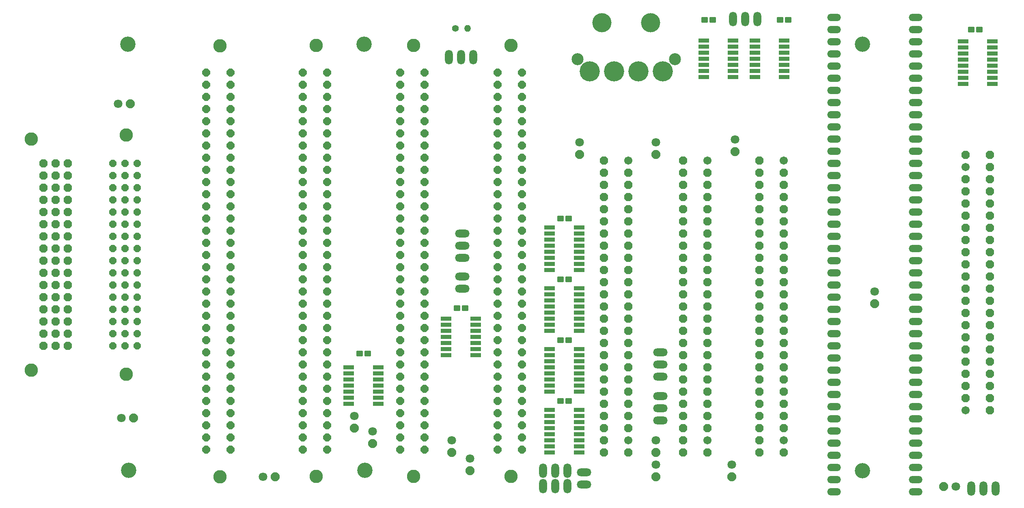
<source format=gts>
%TF.GenerationSoftware,KiCad,Pcbnew,8.0.3*%
%TF.CreationDate,2024-06-16T17:33:32+02:00*%
%TF.ProjectId,csa_ultrabus_v2,6373615f-756c-4747-9261-6275735f7632,rev?*%
%TF.SameCoordinates,Original*%
%TF.FileFunction,Soldermask,Top*%
%TF.FilePolarity,Negative*%
%FSLAX46Y46*%
G04 Gerber Fmt 4.6, Leading zero omitted, Abs format (unit mm)*
G04 Created by KiCad (PCBNEW 8.0.3) date 2024-06-16 17:33:32*
%MOMM*%
%LPD*%
G01*
G04 APERTURE LIST*
G04 Aperture macros list*
%AMRoundRect*
0 Rectangle with rounded corners*
0 $1 Rounding radius*
0 $2 $3 $4 $5 $6 $7 $8 $9 X,Y pos of 4 corners*
0 Add a 4 corners polygon primitive as box body*
4,1,4,$2,$3,$4,$5,$6,$7,$8,$9,$2,$3,0*
0 Add four circle primitives for the rounded corners*
1,1,$1+$1,$2,$3*
1,1,$1+$1,$4,$5*
1,1,$1+$1,$6,$7*
1,1,$1+$1,$8,$9*
0 Add four rect primitives between the rounded corners*
20,1,$1+$1,$2,$3,$4,$5,0*
20,1,$1+$1,$4,$5,$6,$7,0*
20,1,$1+$1,$6,$7,$8,$9,0*
20,1,$1+$1,$8,$9,$2,$3,0*%
%AMFreePoly0*
4,1,25,0.391131,0.882296,0.403254,0.871942,0.871942,0.403254,0.900449,0.347306,0.901700,0.331412,0.901700,-0.331412,0.882296,-0.391131,0.871942,-0.403254,0.403254,-0.871942,0.347306,-0.900449,0.331412,-0.901700,-0.331412,-0.901700,-0.391131,-0.882296,-0.403254,-0.871942,-0.871942,-0.403254,-0.900449,-0.347306,-0.901700,-0.331412,-0.901700,0.331412,-0.882296,0.391131,-0.871942,0.403254,
-0.403254,0.871942,-0.347306,0.900449,-0.331412,0.901700,0.331412,0.901700,0.391131,0.882296,0.391131,0.882296,$1*%
%AMFreePoly1*
4,1,25,0.354308,0.793396,0.366431,0.783042,0.783042,0.366431,0.811549,0.310483,0.812800,0.294589,0.812800,-0.294589,0.793396,-0.354308,0.783042,-0.366431,0.366431,-0.783042,0.310483,-0.811549,0.294589,-0.812800,-0.294589,-0.812800,-0.354308,-0.793396,-0.366431,-0.783042,-0.783042,-0.366431,-0.811549,-0.310483,-0.812800,-0.294589,-0.812800,0.294589,-0.793396,0.354308,-0.783042,0.366431,
-0.366431,0.783042,-0.310483,0.811549,-0.294589,0.812800,0.294589,0.812800,0.354308,0.793396,0.354308,0.793396,$1*%
%AMFreePoly2*
4,1,25,0.372036,0.836196,0.384159,0.825842,0.825842,0.384159,0.854349,0.328211,0.855600,0.312317,0.855600,-0.312317,0.836196,-0.372036,0.825842,-0.384159,0.384159,-0.825842,0.328211,-0.854349,0.312317,-0.855600,-0.312317,-0.855600,-0.372036,-0.836196,-0.384159,-0.825842,-0.825842,-0.384159,-0.854349,-0.328211,-0.855600,-0.312317,-0.855600,0.312317,-0.836196,0.372036,-0.825842,0.384159,
-0.384159,0.825842,-0.328211,0.854349,-0.312317,0.855600,0.312317,0.855600,0.372036,0.836196,0.372036,0.836196,$1*%
%AMFreePoly3*
4,1,25,0.333266,0.742596,0.345389,0.732242,0.732242,0.345389,0.760749,0.289441,0.762000,0.273547,0.762000,-0.273547,0.742596,-0.333266,0.732242,-0.345389,0.345389,-0.732242,0.289441,-0.760749,0.273547,-0.762000,-0.273547,-0.762000,-0.333266,-0.742596,-0.345389,-0.732242,-0.732242,-0.345389,-0.760749,-0.289441,-0.762000,-0.273547,-0.762000,0.273547,-0.742596,0.333266,-0.732242,0.345389,
-0.345389,0.732242,-0.289441,0.760749,-0.273547,0.762000,0.273547,0.762000,0.333266,0.742596,0.333266,0.742596,$1*%
%AMFreePoly4*
4,1,25,0.375350,0.844196,0.387473,0.833842,0.833842,0.387473,0.862349,0.331525,0.863600,0.315631,0.863600,-0.315631,0.844196,-0.375350,0.833842,-0.387473,0.387473,-0.833842,0.331525,-0.862349,0.315631,-0.863600,-0.315631,-0.863600,-0.375350,-0.844196,-0.387473,-0.833842,-0.833842,-0.387473,-0.862349,-0.331525,-0.863600,-0.315631,-0.863600,0.315631,-0.844196,0.375350,-0.833842,0.387473,
-0.387473,0.833842,-0.331525,0.862349,-0.315631,0.863600,0.315631,0.863600,0.375350,0.844196,0.375350,0.844196,$1*%
G04 Aperture macros list end*
%ADD10RoundRect,0.101600X-1.016000X0.330200X-1.016000X-0.330200X1.016000X-0.330200X1.016000X0.330200X0*%
%ADD11C,1.803400*%
%ADD12FreePoly0,270.000000*%
%ADD13O,3.048000X1.625600*%
%ADD14C,2.794000*%
%ADD15FreePoly1,180.000000*%
%ADD16RoundRect,0.101600X0.550000X0.500000X-0.550000X0.500000X-0.550000X-0.500000X0.550000X-0.500000X0*%
%ADD17O,1.625600X3.048000*%
%ADD18C,3.200000*%
%ADD19FreePoly0,0.000000*%
%ADD20FreePoly0,180.000000*%
%ADD21FreePoly2,270.000000*%
%ADD22C,1.711200*%
%ADD23O,2.844800X1.524000*%
%ADD24FreePoly3,180.000000*%
%ADD25FreePoly4,180.000000*%
%ADD26FreePoly2,90.000000*%
%ADD27RoundRect,0.101600X-0.550000X-0.500000X0.550000X-0.500000X0.550000X0.500000X-0.550000X0.500000X0*%
%ADD28C,1.400000*%
%ADD29O,1.400000X1.400000*%
%ADD30C,2.500000*%
%ADD31C,4.000000*%
%ADD32C,4.203200*%
G04 APERTURE END LIST*
D10*
X147689450Y-123372612D03*
X147689450Y-124642612D03*
X147689450Y-125912612D03*
X147689450Y-127182612D03*
X147689450Y-128452612D03*
X147689450Y-129722612D03*
X147689450Y-130992612D03*
X147689450Y-132262612D03*
X153836250Y-132262612D03*
X153836250Y-130992612D03*
X153836250Y-129722612D03*
X153836250Y-128452612D03*
X153836250Y-127182612D03*
X153836250Y-125912612D03*
X153836250Y-124642612D03*
X153836250Y-123372612D03*
D11*
X127267850Y-142422612D03*
D12*
X127267850Y-144962612D03*
D11*
X185687850Y-147502612D03*
D12*
X185687850Y-150042612D03*
D13*
X154890350Y-149090112D03*
X154890350Y-151630112D03*
D14*
X139637650Y-149966412D03*
X139637650Y-59948812D03*
D15*
X141872850Y-144327612D03*
X141872850Y-141787612D03*
X141872850Y-139247612D03*
X141872850Y-136707612D03*
X141872850Y-134167612D03*
X141872850Y-131627612D03*
X141872850Y-129087612D03*
X141872850Y-126547612D03*
X141872850Y-124007612D03*
X141872850Y-121467612D03*
X141872850Y-118927612D03*
X141872850Y-116387612D03*
X141872850Y-113847612D03*
X141872850Y-111307612D03*
X141872850Y-108767612D03*
X141872850Y-106227612D03*
X141872850Y-103687612D03*
X141872850Y-101147612D03*
X141872850Y-98607612D03*
X141872850Y-96067612D03*
X141872850Y-93527612D03*
X141872850Y-90987612D03*
X141872850Y-88447612D03*
X141872850Y-85907612D03*
X141872850Y-83367612D03*
X141872850Y-80827612D03*
X141872850Y-78287612D03*
X141872850Y-75747612D03*
X141872850Y-73207612D03*
X141872850Y-70667612D03*
X141872850Y-68127612D03*
X141872850Y-65587612D03*
X136792850Y-144327612D03*
X136792850Y-141787612D03*
X136792850Y-139247612D03*
X136792850Y-136707612D03*
X136792850Y-134167612D03*
X136792850Y-131627612D03*
X136792850Y-129087612D03*
X136792850Y-126547612D03*
X136792850Y-124007612D03*
X136792850Y-121467612D03*
X136792850Y-118927612D03*
X136792850Y-116387612D03*
X136792850Y-113847612D03*
X136792850Y-111307612D03*
X136792850Y-108767612D03*
X136792850Y-106227612D03*
X136792850Y-103687612D03*
X136792850Y-101147612D03*
X136792850Y-98607612D03*
X136792850Y-96067612D03*
X136792850Y-93527612D03*
X136792850Y-90987612D03*
X136792850Y-88447612D03*
X136792850Y-85907612D03*
X136792850Y-83367612D03*
X136792850Y-80827612D03*
X136792850Y-78287612D03*
X136792850Y-75747612D03*
X136792850Y-73207612D03*
X136792850Y-70667612D03*
X136792850Y-68127612D03*
X136792850Y-65587612D03*
D10*
X233892725Y-59102625D03*
X233892725Y-60372625D03*
X233892725Y-61642625D03*
X233892725Y-62912625D03*
X233892725Y-64182625D03*
X233892725Y-65452625D03*
X233892725Y-66722625D03*
X233892725Y-67992625D03*
X240039525Y-67992625D03*
X240039525Y-66722625D03*
X240039525Y-65452625D03*
X240039525Y-64182625D03*
X240039525Y-62912625D03*
X240039525Y-61642625D03*
X240039525Y-60372625D03*
X240039525Y-59102625D03*
D16*
X181698000Y-54610000D03*
X179998000Y-54610000D03*
D17*
X146317850Y-151947612D03*
X148857850Y-151947612D03*
X151397850Y-151947612D03*
D18*
X109093000Y-148717000D03*
D11*
X58293000Y-137795000D03*
D19*
X60833000Y-137795000D03*
D11*
X232410000Y-152044400D03*
D20*
X229870000Y-152044400D03*
D10*
X147689450Y-110672612D03*
X147689450Y-111942612D03*
X147689450Y-113212612D03*
X147689450Y-114482612D03*
X147689450Y-115752612D03*
X147689450Y-117022612D03*
X147689450Y-118292612D03*
X147689450Y-119562612D03*
X153836250Y-119562612D03*
X153836250Y-118292612D03*
X153836250Y-117022612D03*
X153836250Y-115752612D03*
X153836250Y-114482612D03*
X153836250Y-113212612D03*
X153836250Y-111942612D03*
X153836250Y-110672612D03*
D11*
X87897850Y-150042612D03*
D19*
X90437850Y-150042612D03*
D11*
X57658000Y-72136000D03*
D19*
X60198000Y-72136000D03*
D21*
X175527850Y-84002612D03*
X175527850Y-86542612D03*
X175527850Y-89082612D03*
X175527850Y-91622612D03*
X175527850Y-94162612D03*
X175527850Y-96702612D03*
X175527850Y-99242612D03*
X175527850Y-101782612D03*
X175527850Y-104322612D03*
X175527850Y-106862612D03*
X175527850Y-109402612D03*
X175527850Y-111942612D03*
X175527850Y-114482612D03*
X175527850Y-117022612D03*
X175527850Y-119562612D03*
X175527850Y-122102612D03*
X175527850Y-124642612D03*
X175527850Y-127182612D03*
X175527850Y-129722612D03*
X175527850Y-132262612D03*
X175527850Y-134802612D03*
X175527850Y-137342612D03*
X175527850Y-139882612D03*
X175527850Y-142422612D03*
X175527850Y-144962612D03*
D22*
X180607850Y-84002612D03*
D21*
X180607850Y-86542612D03*
X180607850Y-89082612D03*
X180607850Y-91622612D03*
X180607850Y-94162612D03*
X180607850Y-96702612D03*
X180607850Y-99242612D03*
X180607850Y-101782612D03*
X180607850Y-104322612D03*
X180607850Y-106862612D03*
X180607850Y-109402612D03*
X180607850Y-111942612D03*
X180607850Y-114482612D03*
X180607850Y-117022612D03*
X180607850Y-119562612D03*
X180607850Y-122102612D03*
X180607850Y-124642612D03*
X180607850Y-127182612D03*
X180607850Y-129722612D03*
X180607850Y-132262612D03*
X180607850Y-134802612D03*
X180607850Y-137342612D03*
X180607850Y-139882612D03*
D22*
X180607850Y-142422612D03*
D21*
X180607850Y-144962612D03*
D23*
X207010000Y-153138237D03*
X207010000Y-150598237D03*
X207010000Y-148058237D03*
X207010000Y-145518237D03*
X207010000Y-142978237D03*
X207010000Y-140438237D03*
X207010000Y-137898237D03*
X207010000Y-135358237D03*
X207010000Y-132818237D03*
X207010000Y-130278237D03*
X207010000Y-127738237D03*
X207010000Y-125198237D03*
X207010000Y-122658237D03*
X207010000Y-120118237D03*
X207010000Y-117578237D03*
X207010000Y-115038237D03*
X207010000Y-112498237D03*
X207010000Y-109958237D03*
X207010000Y-107418237D03*
X207010000Y-104878237D03*
X207010000Y-102338237D03*
X207010000Y-99798237D03*
X207010000Y-97258237D03*
X207010000Y-94718237D03*
X207010000Y-92178237D03*
X207010000Y-89638237D03*
X207010000Y-87098237D03*
X207010000Y-84558237D03*
X207010000Y-82018237D03*
X207010000Y-79478237D03*
X207010000Y-76938237D03*
X207010000Y-74398237D03*
X207010000Y-71858237D03*
X207010000Y-69318237D03*
X207010000Y-66778237D03*
X207010000Y-64238237D03*
X207010000Y-61698237D03*
X207010000Y-59158237D03*
X207010000Y-56618237D03*
X207010000Y-54078237D03*
D16*
X151612850Y-121467612D03*
X149912850Y-121467612D03*
D21*
X159017850Y-84002612D03*
X159017850Y-86542612D03*
X159017850Y-89082612D03*
X159017850Y-91622612D03*
X159017850Y-94162612D03*
X159017850Y-96702612D03*
X159017850Y-99242612D03*
X159017850Y-101782612D03*
X159017850Y-104322612D03*
X159017850Y-106862612D03*
X159017850Y-109402612D03*
X159017850Y-111942612D03*
X159017850Y-114482612D03*
X159017850Y-117022612D03*
X159017850Y-119562612D03*
X159017850Y-122102612D03*
X159017850Y-124642612D03*
X159017850Y-127182612D03*
X159017850Y-129722612D03*
X159017850Y-132262612D03*
X159017850Y-134802612D03*
X159017850Y-137342612D03*
X159017850Y-139882612D03*
X159017850Y-142422612D03*
X159017850Y-144962612D03*
D22*
X164097850Y-84002612D03*
D21*
X164097850Y-86542612D03*
X164097850Y-89082612D03*
X164097850Y-91622612D03*
X164097850Y-94162612D03*
X164097850Y-96702612D03*
X164097850Y-99242612D03*
X164097850Y-101782612D03*
X164097850Y-104322612D03*
X164097850Y-106862612D03*
X164097850Y-109402612D03*
X164097850Y-111942612D03*
X164097850Y-114482612D03*
X164097850Y-117022612D03*
X164097850Y-119562612D03*
X164097850Y-122102612D03*
X164097850Y-124642612D03*
X164097850Y-127182612D03*
X164097850Y-129722612D03*
X164097850Y-132262612D03*
X164097850Y-134802612D03*
X164097850Y-137342612D03*
X164097850Y-139882612D03*
D22*
X164097850Y-142422612D03*
D21*
X164097850Y-144962612D03*
D16*
X151612850Y-108767612D03*
X149912850Y-108767612D03*
D18*
X59844431Y-148651722D03*
X59682659Y-59653449D03*
D14*
X59359800Y-128632000D03*
X59359800Y-78632000D03*
D24*
X61595000Y-122682000D03*
X61595000Y-120142000D03*
X61595000Y-117602000D03*
X61595000Y-115062000D03*
X61595000Y-112522000D03*
X61595000Y-109982000D03*
X61595000Y-107442000D03*
X61595000Y-104902000D03*
X61595000Y-102362000D03*
X61595000Y-99822000D03*
X61595000Y-97282000D03*
X61595000Y-94742000D03*
X61595000Y-92202000D03*
X61595000Y-89662000D03*
X61595000Y-87122000D03*
X61595000Y-84582000D03*
X59055000Y-122682000D03*
X59055000Y-120142000D03*
X59055000Y-117602000D03*
X59055000Y-115062000D03*
X59055000Y-112522000D03*
X59055000Y-109982000D03*
X59055000Y-107442000D03*
X59055000Y-104902000D03*
X59055000Y-102362000D03*
X59055000Y-99822000D03*
X59055000Y-97282000D03*
X59055000Y-94742000D03*
X59055000Y-92202000D03*
X59055000Y-89662000D03*
X59055000Y-87122000D03*
X59055000Y-84582000D03*
X56515000Y-122682000D03*
X56515000Y-120142000D03*
X56515000Y-117602000D03*
X56515000Y-115062000D03*
X56515000Y-112522000D03*
X56515000Y-109982000D03*
X56515000Y-107442000D03*
X56515000Y-104902000D03*
X56515000Y-102362000D03*
X56515000Y-99822000D03*
X56515000Y-97282000D03*
X56515000Y-94742000D03*
X56515000Y-92202000D03*
X56515000Y-89662000D03*
X56515000Y-87122000D03*
X56515000Y-84582000D03*
D18*
X108966000Y-59690000D03*
D13*
X170765350Y-129087612D03*
X170765350Y-126547612D03*
X170765350Y-124007612D03*
X129490350Y-104322612D03*
X129490350Y-101782612D03*
X129490350Y-99242612D03*
D21*
X191402850Y-84002612D03*
X191402850Y-86542612D03*
X191402850Y-89082612D03*
X191402850Y-91622612D03*
X191402850Y-94162612D03*
X191402850Y-96702612D03*
X191402850Y-99242612D03*
X191402850Y-101782612D03*
X191402850Y-104322612D03*
X191402850Y-106862612D03*
X191402850Y-109402612D03*
X191402850Y-111942612D03*
X191402850Y-114482612D03*
X191402850Y-117022612D03*
X191402850Y-119562612D03*
X191402850Y-122102612D03*
X191402850Y-124642612D03*
X191402850Y-127182612D03*
X191402850Y-129722612D03*
X191402850Y-132262612D03*
X191402850Y-134802612D03*
X191402850Y-137342612D03*
X191402850Y-139882612D03*
X191402850Y-142422612D03*
X191402850Y-144962612D03*
D22*
X196482850Y-84002612D03*
D21*
X196482850Y-86542612D03*
X196482850Y-89082612D03*
X196482850Y-91622612D03*
X196482850Y-94162612D03*
X196482850Y-96702612D03*
X196482850Y-99242612D03*
X196482850Y-101782612D03*
X196482850Y-104322612D03*
X196482850Y-106862612D03*
X196482850Y-109402612D03*
X196482850Y-111942612D03*
X196482850Y-114482612D03*
X196482850Y-117022612D03*
X196482850Y-119562612D03*
X196482850Y-122102612D03*
X196482850Y-124642612D03*
X196482850Y-127182612D03*
X196482850Y-129722612D03*
X196482850Y-132262612D03*
X196482850Y-134802612D03*
X196482850Y-137342612D03*
X196482850Y-139882612D03*
D22*
X196482850Y-142422612D03*
D21*
X196482850Y-144962612D03*
D11*
X131077850Y-146232612D03*
D12*
X131077850Y-148772612D03*
D10*
X126099450Y-117022612D03*
X126099450Y-118292612D03*
X126099450Y-119562612D03*
X126099450Y-120832612D03*
X126099450Y-122102612D03*
X126099450Y-123372612D03*
X126099450Y-124642612D03*
X132246250Y-124642612D03*
X132246250Y-123372612D03*
X132246250Y-122102612D03*
X132246250Y-120832612D03*
X132246250Y-119562612D03*
X132246250Y-118292612D03*
X132246250Y-117022612D03*
X147689450Y-97972612D03*
X147689450Y-99242612D03*
X147689450Y-100512612D03*
X147689450Y-101782612D03*
X147689450Y-103052612D03*
X147689450Y-104322612D03*
X147689450Y-105592612D03*
X147689450Y-106862612D03*
X153836250Y-106862612D03*
X153836250Y-105592612D03*
X153836250Y-104322612D03*
X153836250Y-103052612D03*
X153836250Y-101782612D03*
X153836250Y-100512612D03*
X153836250Y-99242612D03*
X153836250Y-97972612D03*
D14*
X119317650Y-149966412D03*
X119317650Y-59948812D03*
D15*
X121552850Y-144327612D03*
X121552850Y-141787612D03*
X121552850Y-139247612D03*
X121552850Y-136707612D03*
X121552850Y-134167612D03*
X121552850Y-131627612D03*
X121552850Y-129087612D03*
X121552850Y-126547612D03*
X121552850Y-124007612D03*
X121552850Y-121467612D03*
X121552850Y-118927612D03*
X121552850Y-116387612D03*
X121552850Y-113847612D03*
X121552850Y-111307612D03*
X121552850Y-108767612D03*
X121552850Y-106227612D03*
X121552850Y-103687612D03*
X121552850Y-101147612D03*
X121552850Y-98607612D03*
X121552850Y-96067612D03*
X121552850Y-93527612D03*
X121552850Y-90987612D03*
X121552850Y-88447612D03*
X121552850Y-85907612D03*
X121552850Y-83367612D03*
X121552850Y-80827612D03*
X121552850Y-78287612D03*
X121552850Y-75747612D03*
X121552850Y-73207612D03*
X121552850Y-70667612D03*
X121552850Y-68127612D03*
X121552850Y-65587612D03*
X116472850Y-144327612D03*
X116472850Y-141787612D03*
X116472850Y-139247612D03*
X116472850Y-136707612D03*
X116472850Y-134167612D03*
X116472850Y-131627612D03*
X116472850Y-129087612D03*
X116472850Y-126547612D03*
X116472850Y-124007612D03*
X116472850Y-121467612D03*
X116472850Y-118927612D03*
X116472850Y-116387612D03*
X116472850Y-113847612D03*
X116472850Y-111307612D03*
X116472850Y-108767612D03*
X116472850Y-106227612D03*
X116472850Y-103687612D03*
X116472850Y-101147612D03*
X116472850Y-98607612D03*
X116472850Y-96067612D03*
X116472850Y-93527612D03*
X116472850Y-90987612D03*
X116472850Y-88447612D03*
X116472850Y-85907612D03*
X116472850Y-83367612D03*
X116472850Y-80827612D03*
X116472850Y-78287612D03*
X116472850Y-75747612D03*
X116472850Y-73207612D03*
X116472850Y-70667612D03*
X116472850Y-68127612D03*
X116472850Y-65587612D03*
D11*
X215503125Y-111307612D03*
D12*
X215503125Y-113847612D03*
D11*
X169812850Y-142422612D03*
D12*
X169812850Y-144962612D03*
D14*
X39497000Y-127762000D03*
X39497000Y-79502000D03*
D25*
X42037000Y-122682000D03*
X42037000Y-120142000D03*
X42037000Y-117602000D03*
X42037000Y-115062000D03*
X42037000Y-112522000D03*
X42037000Y-109982000D03*
X42037000Y-107442000D03*
X42037000Y-104902000D03*
X42037000Y-102362000D03*
X42037000Y-99822000D03*
X42037000Y-97282000D03*
X42037000Y-94742000D03*
X42037000Y-92202000D03*
X42037000Y-89662000D03*
X42037000Y-87122000D03*
X42037000Y-84582000D03*
X44577000Y-122682000D03*
X44577000Y-120142000D03*
X44577000Y-117602000D03*
X44577000Y-115062000D03*
X44577000Y-112522000D03*
X44577000Y-109982000D03*
X44577000Y-107442000D03*
X44577000Y-104902000D03*
X44577000Y-102362000D03*
X44577000Y-99822000D03*
X44577000Y-97282000D03*
X44577000Y-94742000D03*
X44577000Y-92202000D03*
X44577000Y-89662000D03*
X44577000Y-87122000D03*
X44577000Y-84582000D03*
X47117000Y-122682000D03*
X47117000Y-120142000D03*
X47117000Y-117602000D03*
X47117000Y-115062000D03*
X47117000Y-112522000D03*
X47117000Y-109982000D03*
X47117000Y-107442000D03*
X47117000Y-104902000D03*
X47117000Y-102362000D03*
X47117000Y-99822000D03*
X47117000Y-97282000D03*
X47117000Y-94742000D03*
X47117000Y-92202000D03*
X47117000Y-89662000D03*
X47117000Y-87122000D03*
X47117000Y-84582000D03*
D18*
X212963125Y-148772612D03*
D14*
X98997650Y-149966412D03*
X98997650Y-59948812D03*
D15*
X101232850Y-144327612D03*
X101232850Y-141787612D03*
X101232850Y-139247612D03*
X101232850Y-136707612D03*
X101232850Y-134167612D03*
X101232850Y-131627612D03*
X101232850Y-129087612D03*
X101232850Y-126547612D03*
X101232850Y-124007612D03*
X101232850Y-121467612D03*
X101232850Y-118927612D03*
X101232850Y-116387612D03*
X101232850Y-113847612D03*
X101232850Y-111307612D03*
X101232850Y-108767612D03*
X101232850Y-106227612D03*
X101232850Y-103687612D03*
X101232850Y-101147612D03*
X101232850Y-98607612D03*
X101232850Y-96067612D03*
X101232850Y-93527612D03*
X101232850Y-90987612D03*
X101232850Y-88447612D03*
X101232850Y-85907612D03*
X101232850Y-83367612D03*
X101232850Y-80827612D03*
X101232850Y-78287612D03*
X101232850Y-75747612D03*
X101232850Y-73207612D03*
X101232850Y-70667612D03*
X101232850Y-68127612D03*
X101232850Y-65587612D03*
X96152850Y-144327612D03*
X96152850Y-141787612D03*
X96152850Y-139247612D03*
X96152850Y-136707612D03*
X96152850Y-134167612D03*
X96152850Y-131627612D03*
X96152850Y-129087612D03*
X96152850Y-126547612D03*
X96152850Y-124007612D03*
X96152850Y-121467612D03*
X96152850Y-118927612D03*
X96152850Y-116387612D03*
X96152850Y-113847612D03*
X96152850Y-111307612D03*
X96152850Y-108767612D03*
X96152850Y-106227612D03*
X96152850Y-103687612D03*
X96152850Y-101147612D03*
X96152850Y-98607612D03*
X96152850Y-96067612D03*
X96152850Y-93527612D03*
X96152850Y-90987612D03*
X96152850Y-88447612D03*
X96152850Y-85907612D03*
X96152850Y-83367612D03*
X96152850Y-80827612D03*
X96152850Y-78287612D03*
X96152850Y-75747612D03*
X96152850Y-73207612D03*
X96152850Y-70667612D03*
X96152850Y-68127612D03*
X96152850Y-65587612D03*
D17*
X185928000Y-54483000D03*
X188468000Y-54483000D03*
X191008000Y-54483000D03*
D13*
X170765350Y-133215112D03*
X170765350Y-135755112D03*
X170765350Y-138295112D03*
D14*
X78892400Y-150012400D03*
X78892400Y-59994800D03*
D15*
X81127600Y-144373600D03*
X81127600Y-141833600D03*
X81127600Y-139293600D03*
X81127600Y-136753600D03*
X81127600Y-134213600D03*
X81127600Y-131673600D03*
X81127600Y-129133600D03*
X81127600Y-126593600D03*
X81127600Y-124053600D03*
X81127600Y-121513600D03*
X81127600Y-118973600D03*
X81127600Y-116433600D03*
X81127600Y-113893600D03*
X81127600Y-111353600D03*
X81127600Y-108813600D03*
X81127600Y-106273600D03*
X81127600Y-103733600D03*
X81127600Y-101193600D03*
X81127600Y-98653600D03*
X81127600Y-96113600D03*
X81127600Y-93573600D03*
X81127600Y-91033600D03*
X81127600Y-88493600D03*
X81127600Y-85953600D03*
X81127600Y-83413600D03*
X81127600Y-80873600D03*
X81127600Y-78333600D03*
X81127600Y-75793600D03*
X81127600Y-73253600D03*
X81127600Y-70713600D03*
X81127600Y-68173600D03*
X81127600Y-65633600D03*
X76047600Y-144373600D03*
X76047600Y-141833600D03*
X76047600Y-139293600D03*
X76047600Y-136753600D03*
X76047600Y-134213600D03*
X76047600Y-131673600D03*
X76047600Y-129133600D03*
X76047600Y-126593600D03*
X76047600Y-124053600D03*
X76047600Y-121513600D03*
X76047600Y-118973600D03*
X76047600Y-116433600D03*
X76047600Y-113893600D03*
X76047600Y-111353600D03*
X76047600Y-108813600D03*
X76047600Y-106273600D03*
X76047600Y-103733600D03*
X76047600Y-101193600D03*
X76047600Y-98653600D03*
X76047600Y-96113600D03*
X76047600Y-93573600D03*
X76047600Y-91033600D03*
X76047600Y-88493600D03*
X76047600Y-85953600D03*
X76047600Y-83413600D03*
X76047600Y-80873600D03*
X76047600Y-78333600D03*
X76047600Y-75793600D03*
X76047600Y-73253600D03*
X76047600Y-70713600D03*
X76047600Y-68173600D03*
X76047600Y-65633600D03*
D17*
X126632850Y-62412612D03*
X129172850Y-62412612D03*
X131712850Y-62412612D03*
D11*
X153937850Y-80192612D03*
D12*
X153937850Y-82732612D03*
D11*
X110757850Y-140517612D03*
D12*
X110757850Y-143057612D03*
D18*
X212949275Y-59690000D03*
D10*
X190474600Y-58928000D03*
X190474600Y-60198000D03*
X190474600Y-61468000D03*
X190474600Y-62738000D03*
X190474600Y-64008000D03*
X190474600Y-65278000D03*
X190474600Y-66548000D03*
X196621400Y-66548000D03*
X196621400Y-65278000D03*
X196621400Y-64008000D03*
X196621400Y-62738000D03*
X196621400Y-61468000D03*
X196621400Y-60198000D03*
X196621400Y-58928000D03*
D16*
X109702850Y-124325112D03*
X108002850Y-124325112D03*
D11*
X169812850Y-147502612D03*
D12*
X169812850Y-150042612D03*
D10*
X179806600Y-58928000D03*
X179806600Y-60198000D03*
X179806600Y-61468000D03*
X179806600Y-62738000D03*
X179806600Y-64008000D03*
X179806600Y-65278000D03*
X179806600Y-66548000D03*
X185953400Y-66548000D03*
X185953400Y-65278000D03*
X185953400Y-64008000D03*
X185953400Y-62738000D03*
X185953400Y-61468000D03*
X185953400Y-60198000D03*
X185953400Y-58928000D03*
D26*
X239506125Y-136175750D03*
X239506125Y-133635750D03*
X239506125Y-131095750D03*
X239506125Y-128555750D03*
X239506125Y-126015750D03*
X239506125Y-123475750D03*
X239506125Y-120935750D03*
X239506125Y-118395750D03*
X239506125Y-115855750D03*
X239506125Y-113315750D03*
X239506125Y-110775750D03*
X239506125Y-108235750D03*
X239506125Y-105695750D03*
X239506125Y-103155750D03*
X239506125Y-100615750D03*
X239506125Y-98075750D03*
X239506125Y-95535750D03*
X239506125Y-92995750D03*
X239506125Y-90455750D03*
X239506125Y-87915750D03*
X239506125Y-85375750D03*
X239506125Y-82835750D03*
D22*
X234426125Y-136175750D03*
D26*
X234426125Y-133635750D03*
X234426125Y-131095750D03*
X234426125Y-128555750D03*
X234426125Y-126015750D03*
X234426125Y-123475750D03*
X234426125Y-120935750D03*
X234426125Y-118395750D03*
X234426125Y-115855750D03*
X234426125Y-113315750D03*
X234426125Y-110775750D03*
X234426125Y-108235750D03*
X234426125Y-105695750D03*
X234426125Y-103155750D03*
X234426125Y-100615750D03*
X234426125Y-98075750D03*
X234426125Y-95535750D03*
X234426125Y-92995750D03*
X234426125Y-90455750D03*
X234426125Y-87915750D03*
D22*
X234426125Y-85375750D03*
D26*
X234426125Y-82835750D03*
D11*
X106947850Y-137342612D03*
D12*
X106947850Y-139882612D03*
D16*
X197446000Y-54610000D03*
X195746000Y-54610000D03*
D10*
X147689450Y-136072612D03*
X147689450Y-137342612D03*
X147689450Y-138612612D03*
X147689450Y-139882612D03*
X147689450Y-141152612D03*
X147689450Y-142422612D03*
X147689450Y-143692612D03*
X147689450Y-144962612D03*
X153836250Y-144962612D03*
X153836250Y-143692612D03*
X153836250Y-142422612D03*
X153836250Y-141152612D03*
X153836250Y-139882612D03*
X153836250Y-138612612D03*
X153836250Y-137342612D03*
X153836250Y-136072612D03*
D16*
X130022850Y-114800112D03*
X128322850Y-114800112D03*
X151612850Y-96067612D03*
X149912850Y-96067612D03*
D17*
X235661200Y-152501600D03*
X238201200Y-152501600D03*
X240741200Y-152501600D03*
D23*
X224028000Y-153162000D03*
X224028000Y-150622000D03*
X224028000Y-148082000D03*
X224028000Y-145542000D03*
X224028000Y-143002000D03*
X224028000Y-140462000D03*
X224028000Y-137922000D03*
X224028000Y-135382000D03*
X224028000Y-132842000D03*
X224028000Y-130302000D03*
X224028000Y-127762000D03*
X224028000Y-125222000D03*
X224028000Y-122682000D03*
X224028000Y-120142000D03*
X224028000Y-117602000D03*
X224028000Y-115062000D03*
X224028000Y-112522000D03*
X224028000Y-109982000D03*
X224028000Y-107442000D03*
X224028000Y-104902000D03*
X224028000Y-102362000D03*
X224028000Y-99822000D03*
X224028000Y-97282000D03*
X224028000Y-94742000D03*
X224028000Y-92202000D03*
X224028000Y-89662000D03*
X224028000Y-87122000D03*
X224028000Y-84582000D03*
X224028000Y-82042000D03*
X224028000Y-79502000D03*
X224028000Y-76962000D03*
X224028000Y-74422000D03*
X224028000Y-71882000D03*
X224028000Y-69342000D03*
X224028000Y-66802000D03*
X224028000Y-64262000D03*
X224028000Y-61722000D03*
X224028000Y-59182000D03*
X224028000Y-56642000D03*
X224028000Y-54102000D03*
D27*
X235639875Y-56642000D03*
X237339875Y-56642000D03*
D28*
X128016000Y-56388000D03*
D29*
X130556000Y-56388000D03*
D11*
X186322850Y-79557612D03*
D12*
X186322850Y-82097612D03*
D16*
X151612850Y-134167612D03*
X149912850Y-134167612D03*
D10*
X105779450Y-127182612D03*
X105779450Y-128452612D03*
X105779450Y-129722612D03*
X105779450Y-130992612D03*
X105779450Y-132262612D03*
X105779450Y-133532612D03*
X105779450Y-134802612D03*
X111926250Y-134802612D03*
X111926250Y-133532612D03*
X111926250Y-132262612D03*
X111926250Y-130992612D03*
X111926250Y-129722612D03*
X111926250Y-128452612D03*
X111926250Y-127182612D03*
D17*
X146317850Y-148772612D03*
X148857850Y-148772612D03*
X151397850Y-148772612D03*
D30*
X173777450Y-62807761D03*
D31*
X168697450Y-55187761D03*
X158537450Y-55187761D03*
D30*
X153457450Y-62807761D03*
D32*
X171237450Y-65347761D03*
X166157450Y-65347761D03*
X161077450Y-65347761D03*
X155997450Y-65347761D03*
D13*
X129490350Y-110751987D03*
X129490350Y-108211987D03*
D11*
X169812850Y-80192612D03*
D12*
X169812850Y-82732612D03*
M02*

</source>
